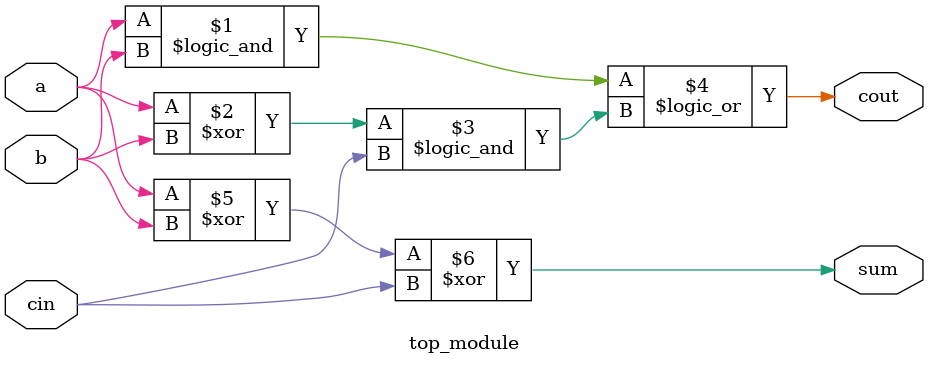
<source format=v>
module top_module (
    input a, b, cin,
    output cout, sum
);
    assign cout = a && b || (a^b) && (cin);
    assign sum = a ^ b ^ cin;

endmodule
</source>
